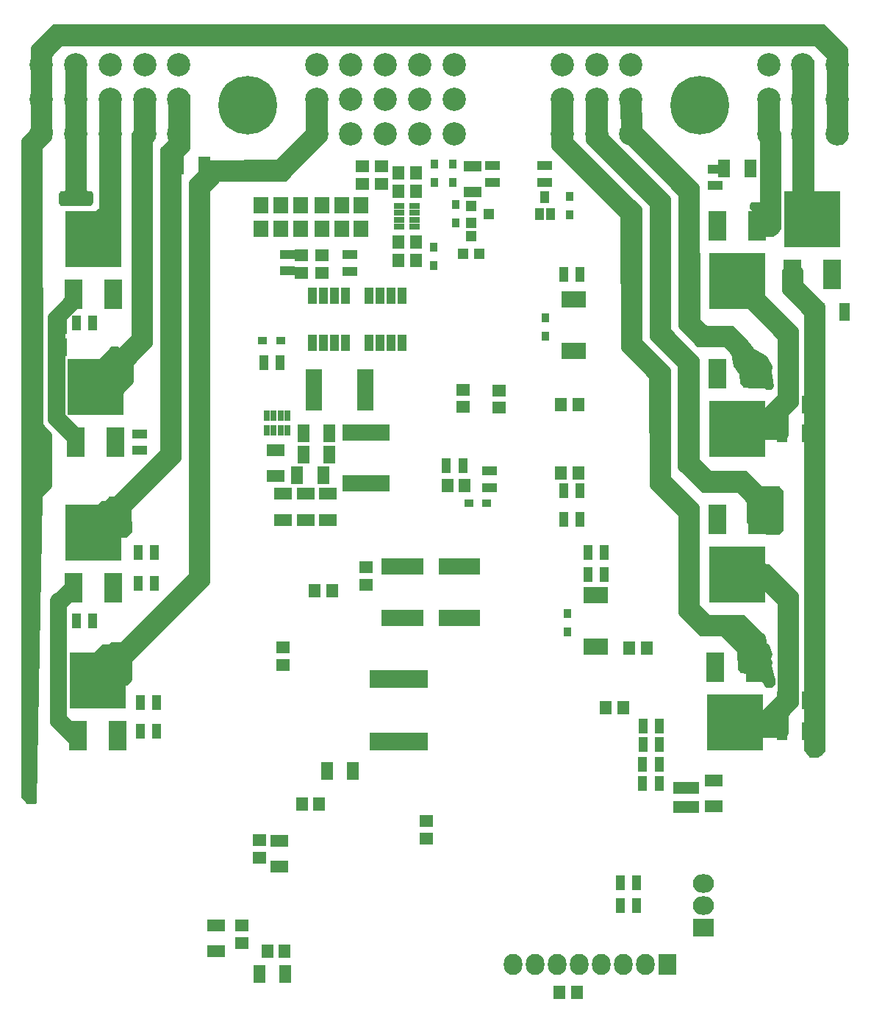
<source format=gbr>
G04 #@! TF.FileFunction,Soldermask,Bot*
%FSLAX46Y46*%
G04 Gerber Fmt 4.6, Leading zero omitted, Abs format (unit mm)*
G04 Created by KiCad (PCBNEW 4.0.5-e0-6337~49~ubuntu16.04.1) date Sun Jan 22 10:16:39 2017*
%MOMM*%
%LPD*%
G01*
G04 APERTURE LIST*
%ADD10C,0.050000*%
%ADD11R,0.850000X2.150000*%
%ADD12C,6.750000*%
%ADD13C,2.686000*%
%ADD14R,1.400000X1.650000*%
%ADD15R,1.400000X2.000000*%
%ADD16R,1.650000X1.400000*%
%ADD17R,2.000000X1.400000*%
%ADD18R,0.850000X0.990000*%
%ADD19R,0.990000X0.850000*%
%ADD20R,1.700000X1.900000*%
%ADD21R,2.127200X2.432000*%
%ADD22O,2.127200X2.432000*%
%ADD23R,2.432000X2.127200*%
%ADD24O,2.432000X2.127200*%
%ADD25R,2.051000X3.448000*%
%ADD26R,6.496000X6.496000*%
%ADD27R,0.999440X1.400760*%
%ADD28R,1.700000X1.100000*%
%ADD29R,1.100000X1.700000*%
%ADD30R,1.300000X2.100000*%
%ADD31R,0.850000X1.850000*%
%ADD32R,1.050000X1.460000*%
%ADD33R,0.850000X1.900000*%
%ADD34R,1.000000X1.950000*%
%ADD35R,1.850000X0.850000*%
%ADD36R,2.100000X1.300000*%
%ADD37R,1.200100X1.200100*%
%ADD38R,1.300000X0.800000*%
%ADD39R,0.800000X1.300000*%
%ADD40C,0.254000*%
G04 APERTURE END LIST*
D10*
D11*
X119871300Y-113659100D03*
X120521300Y-113659100D03*
X121171300Y-113659100D03*
X121821300Y-113659100D03*
X122471300Y-113659100D03*
X123121300Y-113659100D03*
X123771300Y-113659100D03*
X124421300Y-113659100D03*
X125071300Y-113659100D03*
X125721300Y-113659100D03*
X125721300Y-120859100D03*
X125071300Y-120859100D03*
X124421300Y-120859100D03*
X123771300Y-120859100D03*
X123121300Y-120859100D03*
X122471300Y-120859100D03*
X121821300Y-120859100D03*
X121171300Y-120859100D03*
X120521300Y-120859100D03*
X119871300Y-120859100D03*
D12*
X157480000Y-47625000D03*
X105410000Y-47625000D03*
D13*
X149555200Y-42926000D03*
X149555200Y-46913800D03*
X149555200Y-50901600D03*
X145592800Y-42926000D03*
X141630400Y-42926000D03*
X141630400Y-46913800D03*
X145592800Y-46913800D03*
X141630400Y-50901600D03*
X145592800Y-50901600D03*
X165404800Y-50901600D03*
X169367200Y-50901600D03*
X173329600Y-50901600D03*
X165404800Y-46913800D03*
X169367200Y-46913800D03*
X173329600Y-46913800D03*
X165404800Y-42926000D03*
X169367200Y-42926000D03*
X173329600Y-42926000D03*
X97485200Y-42926000D03*
X93522800Y-42926000D03*
X89560400Y-42926000D03*
X85598000Y-42926000D03*
X81635600Y-42926000D03*
X97485200Y-46913800D03*
X93522800Y-46913800D03*
X89560400Y-46913800D03*
X85598000Y-46913800D03*
X81635600Y-46913800D03*
X97485200Y-50901600D03*
X93522800Y-50901600D03*
X89560400Y-50901600D03*
X85598000Y-50901600D03*
X81635600Y-50901600D03*
X113334800Y-42926000D03*
X117297200Y-42926000D03*
X121259600Y-42926000D03*
X125222000Y-42926000D03*
X129184400Y-42926000D03*
X113334800Y-46913800D03*
X117297200Y-46913800D03*
X121259600Y-46913800D03*
X125222000Y-46913800D03*
X129184400Y-46913800D03*
X113334800Y-50901600D03*
X117297200Y-50901600D03*
X121259600Y-50901600D03*
X125222000Y-50901600D03*
X129184400Y-50901600D03*
D14*
X141494000Y-89916000D03*
X143494000Y-89916000D03*
X141494000Y-82042000D03*
X143494000Y-82042000D03*
D15*
X163298000Y-54864000D03*
X160298000Y-54864000D03*
D14*
X149380700Y-110121700D03*
X151380700Y-110121700D03*
D15*
X89825700Y-54483000D03*
X92825700Y-54483000D03*
D16*
X109474000Y-109998000D03*
X109474000Y-111998000D03*
D15*
X97407600Y-54559200D03*
X100407600Y-54559200D03*
D17*
X159118300Y-128296800D03*
X159118300Y-125296800D03*
D16*
X134391400Y-80419700D03*
X134391400Y-82419700D03*
D14*
X148650200Y-116941600D03*
X146650200Y-116941600D03*
D16*
X130225800Y-80356200D03*
X130225800Y-82356200D03*
X125958600Y-130013200D03*
X125958600Y-132013200D03*
D14*
X109673900Y-144957800D03*
X107673900Y-144957800D03*
D15*
X109729400Y-147624800D03*
X106729400Y-147624800D03*
D16*
X106807000Y-132223000D03*
X106807000Y-134223000D03*
D17*
X109042200Y-132243700D03*
X109042200Y-135243700D03*
D16*
X104724200Y-142014700D03*
X104724200Y-144014700D03*
D17*
X101815900Y-142010000D03*
X101815900Y-145010000D03*
D14*
X111649000Y-128054100D03*
X113649000Y-128054100D03*
D15*
X114539900Y-124269500D03*
X117539900Y-124269500D03*
D14*
X115134900Y-103492300D03*
X113134900Y-103492300D03*
X141341600Y-149720300D03*
X143341600Y-149720300D03*
X130413000Y-91338400D03*
X128413000Y-91338400D03*
X124799600Y-57480200D03*
X122799600Y-57480200D03*
X124774200Y-55372000D03*
X122774200Y-55372000D03*
X124799600Y-63347600D03*
X122799600Y-63347600D03*
X124799600Y-65506600D03*
X122799600Y-65506600D03*
D16*
X119037100Y-102765100D03*
X119037100Y-100765100D03*
D17*
X112064800Y-92327600D03*
X112064800Y-95327600D03*
X109499400Y-92327600D03*
X109499400Y-95327600D03*
X114655600Y-92327600D03*
X114655600Y-95327600D03*
X108635800Y-87298400D03*
X108635800Y-90298400D03*
D15*
X114123600Y-90195400D03*
X111123600Y-90195400D03*
D16*
X113995200Y-66913000D03*
X113995200Y-64913000D03*
X120827800Y-56626000D03*
X120827800Y-54626000D03*
X111633000Y-66913000D03*
X111633000Y-64913000D03*
X118643400Y-56626000D03*
X118643400Y-54626000D03*
D15*
X111834800Y-85369400D03*
X114834800Y-85369400D03*
X114834800Y-87782400D03*
X111834800Y-87782400D03*
D18*
X139700000Y-74207000D03*
X139700000Y-72097000D03*
X142240000Y-108243000D03*
X142240000Y-106133000D03*
D19*
X107149000Y-74676000D03*
X109259000Y-74676000D03*
X132969900Y-93408500D03*
X130859900Y-93408500D03*
D18*
X142468600Y-60237000D03*
X142468600Y-58127000D03*
X129006600Y-56477800D03*
X129006600Y-54367800D03*
X126898400Y-56477800D03*
X126898400Y-54367800D03*
X126873000Y-63969000D03*
X126873000Y-66079000D03*
D20*
X106934000Y-61802000D03*
X106934000Y-59102000D03*
X109220000Y-61802000D03*
X109220000Y-59102000D03*
X111506000Y-59102000D03*
X111506000Y-61802000D03*
X118491000Y-61802000D03*
X118491000Y-59102000D03*
X116230400Y-61802000D03*
X116230400Y-59102000D03*
X113995200Y-59102000D03*
X113995200Y-61802000D03*
D21*
X153784300Y-146519900D03*
D22*
X151244300Y-146519900D03*
X148704300Y-146519900D03*
X146164300Y-146519900D03*
X143624300Y-146519900D03*
X141084300Y-146519900D03*
X138544300Y-146519900D03*
X136004300Y-146519900D03*
D23*
X157924500Y-142227300D03*
D24*
X157924500Y-139687300D03*
X157924500Y-137147300D03*
D25*
X172720000Y-67056000D03*
D26*
X170434000Y-60706000D03*
D25*
X168148000Y-67056000D03*
X159512000Y-78486000D03*
D26*
X161798000Y-84836000D03*
D25*
X164084000Y-78486000D03*
X159512000Y-61468000D03*
D26*
X161798000Y-67818000D03*
D25*
X164084000Y-61468000D03*
X159258000Y-112268000D03*
D26*
X161544000Y-118618000D03*
D25*
X163830000Y-112268000D03*
X159512000Y-95250000D03*
D26*
X161798000Y-101600000D03*
D25*
X164084000Y-95250000D03*
X90170000Y-86360000D03*
D26*
X87884000Y-80010000D03*
D25*
X85598000Y-86360000D03*
X90424000Y-120142000D03*
D26*
X88138000Y-113792000D03*
D25*
X85852000Y-120142000D03*
D27*
X138998960Y-60093860D03*
X140299440Y-60093860D03*
X139649200Y-58193940D03*
D28*
X133642100Y-56461700D03*
X133642100Y-54561700D03*
X159258000Y-56830000D03*
X159258000Y-54930000D03*
D29*
X143698000Y-67056000D03*
X141798000Y-67056000D03*
X146492000Y-101600000D03*
X144592000Y-101600000D03*
X146492000Y-99060000D03*
X144592000Y-99060000D03*
X87564000Y-72644000D03*
X85664000Y-72644000D03*
X109154000Y-77216000D03*
X107254000Y-77216000D03*
D30*
X84000000Y-75438000D03*
X81100000Y-75438000D03*
X84000000Y-72898000D03*
X81100000Y-72898000D03*
D29*
X87564000Y-106934000D03*
X85664000Y-106934000D03*
D30*
X83492000Y-106934000D03*
X80592000Y-106934000D03*
X83492000Y-109728000D03*
X80592000Y-109728000D03*
D29*
X150903900Y-123507500D03*
X152803900Y-123507500D03*
X152842000Y-119037100D03*
X150942000Y-119037100D03*
X150903900Y-125679200D03*
X152803900Y-125679200D03*
X152842000Y-121145300D03*
X150942000Y-121145300D03*
X150238500Y-137134600D03*
X148338500Y-137134600D03*
X148338500Y-139725400D03*
X150238500Y-139725400D03*
D28*
X133273800Y-89702600D03*
X133273800Y-91602600D03*
D29*
X130185200Y-89065100D03*
X128285200Y-89065100D03*
D28*
X109956600Y-66659800D03*
X109956600Y-64759800D03*
D31*
X143977000Y-75848000D03*
X143327000Y-75848000D03*
X142677000Y-75848000D03*
X142027000Y-75848000D03*
X142027000Y-69948000D03*
X142677000Y-69948000D03*
X143327000Y-69948000D03*
X143977000Y-69948000D03*
X146517000Y-109884000D03*
X145867000Y-109884000D03*
X145217000Y-109884000D03*
X144567000Y-109884000D03*
X144567000Y-103984000D03*
X145217000Y-103984000D03*
X145867000Y-103984000D03*
X146517000Y-103984000D03*
D32*
X154980600Y-126141300D03*
X155930600Y-126141300D03*
X156880600Y-126141300D03*
X156880600Y-128341300D03*
X154980600Y-128341300D03*
X155930600Y-128341300D03*
D31*
X127844000Y-100707400D03*
X128494000Y-100707400D03*
X129144000Y-100707400D03*
X129794000Y-100707400D03*
X130444000Y-100707400D03*
X131094000Y-100707400D03*
X131744000Y-100707400D03*
X131744000Y-106607400D03*
X131094000Y-106607400D03*
X130444000Y-106607400D03*
X129794000Y-106607400D03*
X129144000Y-106607400D03*
X128494000Y-106607400D03*
X127844000Y-106607400D03*
X125190800Y-106582000D03*
X124540800Y-106582000D03*
X123890800Y-106582000D03*
X123240800Y-106582000D03*
X122590800Y-106582000D03*
X121940800Y-106582000D03*
X121290800Y-106582000D03*
X121290800Y-100682000D03*
X121940800Y-100682000D03*
X122590800Y-100682000D03*
X123240800Y-100682000D03*
X123890800Y-100682000D03*
X124540800Y-100682000D03*
X125190800Y-100682000D03*
D33*
X116800200Y-85264200D03*
X117450200Y-85264200D03*
X118100200Y-85264200D03*
X118750200Y-85264200D03*
X119400200Y-85264200D03*
X120050200Y-85264200D03*
X120700200Y-85264200D03*
X121350200Y-85264200D03*
X121350200Y-91164200D03*
X120700200Y-91164200D03*
X120050200Y-91164200D03*
X119400200Y-91164200D03*
X118750200Y-91164200D03*
X118100200Y-91164200D03*
X117450200Y-91164200D03*
X116800200Y-91164200D03*
D34*
X112877600Y-69512200D03*
X114147600Y-69512200D03*
X115417600Y-69512200D03*
X116687600Y-69512200D03*
X116687600Y-74912200D03*
X115417600Y-74912200D03*
X114147600Y-74912200D03*
X112877600Y-74912200D03*
X119354600Y-69512200D03*
X120624600Y-69512200D03*
X121894600Y-69512200D03*
X123164600Y-69512200D03*
X123164600Y-74912200D03*
X121894600Y-74912200D03*
X120624600Y-74912200D03*
X119354600Y-74912200D03*
D35*
X113026400Y-82290200D03*
X113026400Y-81640200D03*
X113026400Y-80990200D03*
X113026400Y-80340200D03*
X113026400Y-79690200D03*
X113026400Y-79040200D03*
X113026400Y-78390200D03*
X118926400Y-78390200D03*
X118926400Y-79040200D03*
X118926400Y-79690200D03*
X118926400Y-80340200D03*
X118926400Y-80990200D03*
X118926400Y-81640200D03*
X118926400Y-82290200D03*
D30*
X171270000Y-71374000D03*
X174170000Y-71374000D03*
D36*
X131305300Y-57558600D03*
X131305300Y-54658600D03*
D30*
X169852000Y-82042000D03*
X166952000Y-82042000D03*
X169852000Y-116078000D03*
X166952000Y-116078000D03*
D18*
X129374900Y-59066800D03*
X129374900Y-61176800D03*
D37*
X132115600Y-64703960D03*
X130215600Y-64703960D03*
X131165600Y-62704980D03*
X131155440Y-61109900D03*
X131155440Y-59209900D03*
X133154420Y-60159900D03*
D25*
X89916000Y-69342000D03*
D26*
X87630000Y-62992000D03*
D25*
X85344000Y-69342000D03*
X89916000Y-103124000D03*
D26*
X87630000Y-96774000D03*
D25*
X85344000Y-103124000D03*
D30*
X169852000Y-85344000D03*
X166952000Y-85344000D03*
X169852000Y-119634000D03*
X166952000Y-119634000D03*
D28*
X139661900Y-54561700D03*
X139661900Y-56461700D03*
D38*
X124598800Y-59975800D03*
X124598800Y-60775800D03*
X124598800Y-59175800D03*
X124598800Y-61575800D03*
X122898800Y-59175800D03*
X122898800Y-59975800D03*
X122898800Y-60775800D03*
X122898800Y-61575800D03*
D39*
X109188200Y-85051000D03*
X108388200Y-85051000D03*
X109988200Y-85051000D03*
X107588200Y-85051000D03*
X109988200Y-83351000D03*
X109188200Y-83351000D03*
X108388200Y-83351000D03*
X107588200Y-83351000D03*
D28*
X117144800Y-66710600D03*
X117144800Y-64810600D03*
X92964000Y-85410000D03*
X92964000Y-87310000D03*
D29*
X93030000Y-116332000D03*
X94930000Y-116332000D03*
X93030000Y-119634000D03*
X94930000Y-119634000D03*
X94676000Y-99060000D03*
X92776000Y-99060000D03*
X94676000Y-102616000D03*
X92776000Y-102616000D03*
X141798000Y-91948000D03*
X143698000Y-91948000D03*
X141798000Y-95250000D03*
X143698000Y-95250000D03*
D40*
G36*
X174447200Y-41124406D02*
X174447200Y-51420494D01*
X173835794Y-52031900D01*
X172886906Y-52031900D01*
X172212000Y-51356994D01*
X172212000Y-42125900D01*
X172201994Y-42076490D01*
X172174803Y-42036097D01*
X170803203Y-40664497D01*
X170761189Y-40636634D01*
X170713400Y-40627300D01*
X84035900Y-40627300D01*
X83986490Y-40637306D01*
X83946097Y-40664497D01*
X82803097Y-41807497D01*
X82775234Y-41849511D01*
X82765900Y-41897300D01*
X82765900Y-50355500D01*
X82775906Y-50404910D01*
X82777975Y-50407937D01*
X82766518Y-51381776D01*
X81685497Y-52462797D01*
X81657634Y-52504811D01*
X81648301Y-52553006D01*
X81749901Y-84341106D01*
X81760064Y-84390484D01*
X81786541Y-84429943D01*
X82765900Y-85421544D01*
X82765900Y-91438620D01*
X81697686Y-92519112D01*
X81670063Y-92561284D01*
X81661028Y-92605757D01*
X80927017Y-127863600D01*
X80037206Y-127863600D01*
X79400400Y-127226794D01*
X79400400Y-51551106D01*
X80468103Y-50483403D01*
X80495966Y-50441389D01*
X80505300Y-50393600D01*
X80505300Y-40921206D01*
X83047106Y-38379400D01*
X171702194Y-38379400D01*
X174447200Y-41124406D01*
X174447200Y-41124406D01*
G37*
X174447200Y-41124406D02*
X174447200Y-51420494D01*
X173835794Y-52031900D01*
X172886906Y-52031900D01*
X172212000Y-51356994D01*
X172212000Y-42125900D01*
X172201994Y-42076490D01*
X172174803Y-42036097D01*
X170803203Y-40664497D01*
X170761189Y-40636634D01*
X170713400Y-40627300D01*
X84035900Y-40627300D01*
X83986490Y-40637306D01*
X83946097Y-40664497D01*
X82803097Y-41807497D01*
X82775234Y-41849511D01*
X82765900Y-41897300D01*
X82765900Y-50355500D01*
X82775906Y-50404910D01*
X82777975Y-50407937D01*
X82766518Y-51381776D01*
X81685497Y-52462797D01*
X81657634Y-52504811D01*
X81648301Y-52553006D01*
X81749901Y-84341106D01*
X81760064Y-84390484D01*
X81786541Y-84429943D01*
X82765900Y-85421544D01*
X82765900Y-91438620D01*
X81697686Y-92519112D01*
X81670063Y-92561284D01*
X81661028Y-92605757D01*
X80927017Y-127863600D01*
X80037206Y-127863600D01*
X79400400Y-127226794D01*
X79400400Y-51551106D01*
X80468103Y-50483403D01*
X80495966Y-50441389D01*
X80505300Y-50393600D01*
X80505300Y-40921206D01*
X83047106Y-38379400D01*
X171702194Y-38379400D01*
X174447200Y-41124406D01*
G36*
X86042500Y-68783200D02*
X86052506Y-68832610D01*
X86079697Y-68873003D01*
X86220300Y-69013606D01*
X86220300Y-70394294D01*
X84288997Y-72325597D01*
X84261134Y-72367611D01*
X84251800Y-72415400D01*
X84251800Y-83146900D01*
X84261806Y-83196310D01*
X84288997Y-83236703D01*
X86243894Y-85191600D01*
X84937600Y-86497894D01*
X84937600Y-86461600D01*
X84927594Y-86412190D01*
X84900403Y-86371797D01*
X82435700Y-83907094D01*
X82435700Y-71807606D01*
X84430503Y-69812803D01*
X84458366Y-69770789D01*
X84467700Y-69723000D01*
X84467700Y-69102506D01*
X84621003Y-68949203D01*
X84648866Y-68907189D01*
X84658200Y-68859400D01*
X84658200Y-67945000D01*
X86042500Y-67945000D01*
X86042500Y-68783200D01*
X86042500Y-68783200D01*
G37*
X86042500Y-68783200D02*
X86052506Y-68832610D01*
X86079697Y-68873003D01*
X86220300Y-69013606D01*
X86220300Y-70394294D01*
X84288997Y-72325597D01*
X84261134Y-72367611D01*
X84251800Y-72415400D01*
X84251800Y-83146900D01*
X84261806Y-83196310D01*
X84288997Y-83236703D01*
X86243894Y-85191600D01*
X84937600Y-86497894D01*
X84937600Y-86461600D01*
X84927594Y-86412190D01*
X84900403Y-86371797D01*
X82435700Y-83907094D01*
X82435700Y-71807606D01*
X84430503Y-69812803D01*
X84458366Y-69770789D01*
X84467700Y-69723000D01*
X84467700Y-69102506D01*
X84621003Y-68949203D01*
X84648866Y-68907189D01*
X84658200Y-68859400D01*
X84658200Y-67945000D01*
X86042500Y-67945000D01*
X86042500Y-68783200D01*
G36*
X86728300Y-42508706D02*
X86728300Y-57429400D01*
X86738306Y-57478810D01*
X86766747Y-57520435D01*
X86809141Y-57547715D01*
X86855300Y-57556400D01*
X87272594Y-57556400D01*
X87477600Y-57761406D01*
X87477600Y-58761094D01*
X87234494Y-59004200D01*
X83923406Y-59004200D01*
X83718400Y-58799194D01*
X83718400Y-57819060D01*
X83942147Y-57556400D01*
X84340700Y-57556400D01*
X84390110Y-57546394D01*
X84431735Y-57517953D01*
X84459015Y-57475559D01*
X84467700Y-57429400D01*
X84467700Y-42895567D01*
X84512302Y-42527604D01*
X85218806Y-41821100D01*
X86040694Y-41821100D01*
X86728300Y-42508706D01*
X86728300Y-42508706D01*
G37*
X86728300Y-42508706D02*
X86728300Y-57429400D01*
X86738306Y-57478810D01*
X86766747Y-57520435D01*
X86809141Y-57547715D01*
X86855300Y-57556400D01*
X87272594Y-57556400D01*
X87477600Y-57761406D01*
X87477600Y-58761094D01*
X87234494Y-59004200D01*
X83923406Y-59004200D01*
X83718400Y-58799194D01*
X83718400Y-57819060D01*
X83942147Y-57556400D01*
X84340700Y-57556400D01*
X84390110Y-57546394D01*
X84431735Y-57517953D01*
X84459015Y-57475559D01*
X84467700Y-57429400D01*
X84467700Y-42895567D01*
X84512302Y-42527604D01*
X85218806Y-41821100D01*
X86040694Y-41821100D01*
X86728300Y-42508706D01*
G36*
X90678000Y-46471106D02*
X90678000Y-59880500D01*
X87936606Y-59880500D01*
X88228706Y-59588400D01*
X88303100Y-59588400D01*
X88352510Y-59578394D01*
X88394135Y-59549953D01*
X88421415Y-59507559D01*
X88430100Y-59461400D01*
X88430100Y-46496506D01*
X89117706Y-45808900D01*
X90015794Y-45808900D01*
X90678000Y-46471106D01*
X90678000Y-46471106D01*
G37*
X90678000Y-46471106D02*
X90678000Y-59880500D01*
X87936606Y-59880500D01*
X88228706Y-59588400D01*
X88303100Y-59588400D01*
X88352510Y-59578394D01*
X88394135Y-59549953D01*
X88421415Y-59507559D01*
X88430100Y-59461400D01*
X88430100Y-46496506D01*
X89117706Y-45808900D01*
X90015794Y-45808900D01*
X90678000Y-46471106D01*
G36*
X94640541Y-46471247D02*
X94653017Y-51099812D01*
X94362193Y-51669343D01*
X94348300Y-51727100D01*
X94348300Y-75118694D01*
X92175697Y-77291297D01*
X92147834Y-77333311D01*
X92138500Y-77381100D01*
X92138500Y-79436694D01*
X90904794Y-80670400D01*
X90830400Y-80670400D01*
X90830400Y-79705200D01*
X90820394Y-79655790D01*
X90793203Y-79615397D01*
X88209656Y-77031850D01*
X89765406Y-75476100D01*
X90371394Y-75476100D01*
X90511997Y-75616703D01*
X90554011Y-75644566D01*
X90603554Y-75653888D01*
X90652822Y-75643200D01*
X90691603Y-75616703D01*
X92050503Y-74257803D01*
X92078366Y-74215789D01*
X92087700Y-74168069D01*
X92100382Y-50934821D01*
X92376262Y-50443035D01*
X92392500Y-50380900D01*
X92392500Y-46901100D01*
X92392462Y-46898003D01*
X92381137Y-46433687D01*
X93053449Y-45795560D01*
X93953462Y-45784168D01*
X94640541Y-46471247D01*
X94640541Y-46471247D01*
G37*
X94640541Y-46471247D02*
X94653017Y-51099812D01*
X94362193Y-51669343D01*
X94348300Y-51727100D01*
X94348300Y-75118694D01*
X92175697Y-77291297D01*
X92147834Y-77333311D01*
X92138500Y-77381100D01*
X92138500Y-79436694D01*
X90904794Y-80670400D01*
X90830400Y-80670400D01*
X90830400Y-79705200D01*
X90820394Y-79655790D01*
X90793203Y-79615397D01*
X88209656Y-77031850D01*
X89765406Y-75476100D01*
X90371394Y-75476100D01*
X90511997Y-75616703D01*
X90554011Y-75644566D01*
X90603554Y-75653888D01*
X90652822Y-75643200D01*
X90691603Y-75616703D01*
X92050503Y-74257803D01*
X92078366Y-74215789D01*
X92087700Y-74168069D01*
X92100382Y-50934821D01*
X92376262Y-50443035D01*
X92392500Y-50380900D01*
X92392500Y-46901100D01*
X92392462Y-46898003D01*
X92381137Y-46433687D01*
X93053449Y-45795560D01*
X93953462Y-45784168D01*
X94640541Y-46471247D01*
G36*
X97988176Y-45807636D02*
X98602800Y-46456406D01*
X98602800Y-52601594D01*
X97687497Y-53516897D01*
X97659634Y-53558911D01*
X97650300Y-53606700D01*
X97650300Y-88352094D01*
X91883597Y-94118797D01*
X91855734Y-94160811D01*
X91846457Y-94212408D01*
X91921035Y-96698357D01*
X91386626Y-97243900D01*
X90585802Y-97243900D01*
X90576356Y-96884959D01*
X90565054Y-96835829D01*
X90539203Y-96798497D01*
X88163400Y-94422694D01*
X88163400Y-93778606D01*
X88685906Y-93256100D01*
X88950800Y-93256100D01*
X89000210Y-93246094D01*
X89040603Y-93218903D01*
X89536806Y-92722700D01*
X90068400Y-92722700D01*
X90117810Y-92712694D01*
X90158203Y-92685503D01*
X95365203Y-87478503D01*
X95393066Y-87436489D01*
X95402400Y-87388700D01*
X95402400Y-52630606D01*
X96317703Y-51715303D01*
X96345566Y-51673289D01*
X96354900Y-51625500D01*
X96354900Y-46433006D01*
X97003177Y-45784729D01*
X97988176Y-45807636D01*
X97988176Y-45807636D01*
G37*
X97988176Y-45807636D02*
X98602800Y-46456406D01*
X98602800Y-52601594D01*
X97687497Y-53516897D01*
X97659634Y-53558911D01*
X97650300Y-53606700D01*
X97650300Y-88352094D01*
X91883597Y-94118797D01*
X91855734Y-94160811D01*
X91846457Y-94212408D01*
X91921035Y-96698357D01*
X91386626Y-97243900D01*
X90585802Y-97243900D01*
X90576356Y-96884959D01*
X90565054Y-96835829D01*
X90539203Y-96798497D01*
X88163400Y-94422694D01*
X88163400Y-93778606D01*
X88685906Y-93256100D01*
X88950800Y-93256100D01*
X89000210Y-93246094D01*
X89040603Y-93218903D01*
X89536806Y-92722700D01*
X90068400Y-92722700D01*
X90117810Y-92712694D01*
X90158203Y-92685503D01*
X95365203Y-87478503D01*
X95393066Y-87436489D01*
X95402400Y-87388700D01*
X95402400Y-52630606D01*
X96317703Y-51715303D01*
X96345566Y-51673289D01*
X96354900Y-51625500D01*
X96354900Y-46433006D01*
X97003177Y-45784729D01*
X97988176Y-45807636D01*
G36*
X114452989Y-46402033D02*
X114502677Y-51383212D01*
X109712943Y-56210463D01*
X102107368Y-56248302D01*
X102058008Y-56258553D01*
X102018197Y-56285497D01*
X100976797Y-57326897D01*
X100948934Y-57368911D01*
X100939600Y-57416700D01*
X100939600Y-102588794D01*
X91959797Y-111568597D01*
X91931934Y-111610611D01*
X91922600Y-111658400D01*
X91922600Y-113739394D01*
X91438194Y-114223800D01*
X91175106Y-114223800D01*
X87727056Y-110775750D01*
X88736706Y-109766100D01*
X89433400Y-109766100D01*
X89482810Y-109756094D01*
X89523203Y-109728903D01*
X89727306Y-109524800D01*
X90754200Y-109524800D01*
X90803610Y-109514794D01*
X90844003Y-109487603D01*
X98654503Y-101677103D01*
X98682366Y-101635089D01*
X98691700Y-101587514D01*
X98767812Y-56376804D01*
X101107069Y-54012924D01*
X108699722Y-53987699D01*
X108749099Y-53977529D01*
X108789103Y-53950503D01*
X112167303Y-50572303D01*
X112195166Y-50530289D01*
X112204500Y-50482500D01*
X112204500Y-46830333D01*
X112238122Y-46438075D01*
X112878736Y-45808900D01*
X113745792Y-45808900D01*
X114452989Y-46402033D01*
X114452989Y-46402033D01*
G37*
X114452989Y-46402033D02*
X114502677Y-51383212D01*
X109712943Y-56210463D01*
X102107368Y-56248302D01*
X102058008Y-56258553D01*
X102018197Y-56285497D01*
X100976797Y-57326897D01*
X100948934Y-57368911D01*
X100939600Y-57416700D01*
X100939600Y-102588794D01*
X91959797Y-111568597D01*
X91931934Y-111610611D01*
X91922600Y-111658400D01*
X91922600Y-113739394D01*
X91438194Y-114223800D01*
X91175106Y-114223800D01*
X87727056Y-110775750D01*
X88736706Y-109766100D01*
X89433400Y-109766100D01*
X89482810Y-109756094D01*
X89523203Y-109728903D01*
X89727306Y-109524800D01*
X90754200Y-109524800D01*
X90803610Y-109514794D01*
X90844003Y-109487603D01*
X98654503Y-101677103D01*
X98682366Y-101635089D01*
X98691700Y-101587514D01*
X98767812Y-56376804D01*
X101107069Y-54012924D01*
X108699722Y-53987699D01*
X108749099Y-53977529D01*
X108789103Y-53950503D01*
X112167303Y-50572303D01*
X112195166Y-50530289D01*
X112204500Y-50482500D01*
X112204500Y-46830333D01*
X112238122Y-46438075D01*
X112878736Y-45808900D01*
X113745792Y-45808900D01*
X114452989Y-46402033D01*
G36*
X86042500Y-104521000D02*
X85217000Y-104521000D01*
X85167590Y-104531006D01*
X85127197Y-104558197D01*
X84479497Y-105205897D01*
X84451634Y-105247911D01*
X84442300Y-105295700D01*
X84442300Y-117944900D01*
X84452306Y-117994310D01*
X84479497Y-118034703D01*
X85152597Y-118707803D01*
X85194611Y-118735666D01*
X85242400Y-118745000D01*
X86550500Y-118745000D01*
X86550500Y-121539000D01*
X85153500Y-121539000D01*
X85153500Y-121208800D01*
X85143494Y-121159390D01*
X85116303Y-121118997D01*
X82689700Y-118692394D01*
X82689700Y-104524457D01*
X82948789Y-103983748D01*
X83463947Y-103761294D01*
X83503403Y-103734503D01*
X84608303Y-102629603D01*
X84636166Y-102587589D01*
X84645500Y-102539800D01*
X84645500Y-101739700D01*
X86042500Y-101739700D01*
X86042500Y-104521000D01*
X86042500Y-104521000D01*
G37*
X86042500Y-104521000D02*
X85217000Y-104521000D01*
X85167590Y-104531006D01*
X85127197Y-104558197D01*
X84479497Y-105205897D01*
X84451634Y-105247911D01*
X84442300Y-105295700D01*
X84442300Y-117944900D01*
X84452306Y-117994310D01*
X84479497Y-118034703D01*
X85152597Y-118707803D01*
X85194611Y-118735666D01*
X85242400Y-118745000D01*
X86550500Y-118745000D01*
X86550500Y-121539000D01*
X85153500Y-121539000D01*
X85153500Y-121208800D01*
X85143494Y-121159390D01*
X85116303Y-121118997D01*
X82689700Y-118692394D01*
X82689700Y-104524457D01*
X82948789Y-103983748D01*
X83463947Y-103761294D01*
X83503403Y-103734503D01*
X84608303Y-102629603D01*
X84636166Y-102587589D01*
X84645500Y-102539800D01*
X84645500Y-101739700D01*
X86042500Y-101739700D01*
X86042500Y-104521000D01*
G36*
X142748000Y-46572706D02*
X142748000Y-51473100D01*
X142758006Y-51522510D01*
X142785412Y-51563117D01*
X150748956Y-59488739D01*
X150736300Y-74701294D01*
X150746265Y-74750713D01*
X150774024Y-74791726D01*
X154013008Y-77993047D01*
X154038300Y-90411559D01*
X154048407Y-90460948D01*
X154075497Y-90501103D01*
X157315016Y-93740622D01*
X157340300Y-105156281D01*
X157350416Y-105205669D01*
X157377497Y-105245803D01*
X158418897Y-106287203D01*
X158460911Y-106315066D01*
X158508700Y-106324400D01*
X162507970Y-106324400D01*
X164914455Y-108693862D01*
X164986272Y-109447941D01*
X165000917Y-109496180D01*
X165048474Y-109545463D01*
X165377367Y-109738263D01*
X165652451Y-110491753D01*
X165739343Y-110785013D01*
X165530789Y-111236880D01*
X165519168Y-111285935D01*
X165533944Y-111349683D01*
X165726490Y-111712123D01*
X165624928Y-112095802D01*
X165623874Y-112156514D01*
X165852474Y-113159814D01*
X165860246Y-113183180D01*
X166050491Y-113611230D01*
X166005725Y-114215572D01*
X165710431Y-114490500D01*
X165130174Y-114490500D01*
X164647133Y-113760048D01*
X164611532Y-113724353D01*
X164564850Y-113705321D01*
X164537233Y-113703162D01*
X163773579Y-113727026D01*
X162845746Y-112933485D01*
X162785698Y-112905009D01*
X162199841Y-112799555D01*
X161949851Y-112466235D01*
X161924989Y-110551851D01*
X161914343Y-110502575D01*
X161888743Y-110464648D01*
X160098043Y-108635848D01*
X160056325Y-108607544D01*
X160007941Y-108597702D01*
X157545572Y-108585266D01*
X155079700Y-106119394D01*
X155079700Y-94754700D01*
X155069694Y-94705290D01*
X155042503Y-94664897D01*
X151815586Y-91437980D01*
X151764999Y-78993484D01*
X151754792Y-78944115D01*
X151728149Y-78904545D01*
X148488313Y-75639594D01*
X148463000Y-60451788D01*
X148452912Y-60402395D01*
X148425945Y-60362340D01*
X140487517Y-52398630D01*
X140500011Y-46776299D01*
X140503466Y-46771089D01*
X140512800Y-46723300D01*
X140512800Y-46521906D01*
X141251206Y-45783500D01*
X141958794Y-45783500D01*
X142748000Y-46572706D01*
X142748000Y-46572706D01*
G37*
X142748000Y-46572706D02*
X142748000Y-51473100D01*
X142758006Y-51522510D01*
X142785412Y-51563117D01*
X150748956Y-59488739D01*
X150736300Y-74701294D01*
X150746265Y-74750713D01*
X150774024Y-74791726D01*
X154013008Y-77993047D01*
X154038300Y-90411559D01*
X154048407Y-90460948D01*
X154075497Y-90501103D01*
X157315016Y-93740622D01*
X157340300Y-105156281D01*
X157350416Y-105205669D01*
X157377497Y-105245803D01*
X158418897Y-106287203D01*
X158460911Y-106315066D01*
X158508700Y-106324400D01*
X162507970Y-106324400D01*
X164914455Y-108693862D01*
X164986272Y-109447941D01*
X165000917Y-109496180D01*
X165048474Y-109545463D01*
X165377367Y-109738263D01*
X165652451Y-110491753D01*
X165739343Y-110785013D01*
X165530789Y-111236880D01*
X165519168Y-111285935D01*
X165533944Y-111349683D01*
X165726490Y-111712123D01*
X165624928Y-112095802D01*
X165623874Y-112156514D01*
X165852474Y-113159814D01*
X165860246Y-113183180D01*
X166050491Y-113611230D01*
X166005725Y-114215572D01*
X165710431Y-114490500D01*
X165130174Y-114490500D01*
X164647133Y-113760048D01*
X164611532Y-113724353D01*
X164564850Y-113705321D01*
X164537233Y-113703162D01*
X163773579Y-113727026D01*
X162845746Y-112933485D01*
X162785698Y-112905009D01*
X162199841Y-112799555D01*
X161949851Y-112466235D01*
X161924989Y-110551851D01*
X161914343Y-110502575D01*
X161888743Y-110464648D01*
X160098043Y-108635848D01*
X160056325Y-108607544D01*
X160007941Y-108597702D01*
X157545572Y-108585266D01*
X155079700Y-106119394D01*
X155079700Y-94754700D01*
X155069694Y-94705290D01*
X155042503Y-94664897D01*
X151815586Y-91437980D01*
X151764999Y-78993484D01*
X151754792Y-78944115D01*
X151728149Y-78904545D01*
X148488313Y-75639594D01*
X148463000Y-60451788D01*
X148452912Y-60402395D01*
X148425945Y-60362340D01*
X140487517Y-52398630D01*
X140500011Y-46776299D01*
X140503466Y-46771089D01*
X140512800Y-46723300D01*
X140512800Y-46521906D01*
X141251206Y-45783500D01*
X141958794Y-45783500D01*
X142748000Y-46572706D01*
G36*
X146710400Y-46534606D02*
X146710400Y-50863500D01*
X146720406Y-50912910D01*
X146747597Y-50953303D01*
X154025600Y-58231306D01*
X154025600Y-73418700D01*
X154035606Y-73468110D01*
X154062797Y-73508503D01*
X157340300Y-76786006D01*
X157340300Y-88392000D01*
X157350306Y-88441410D01*
X157377497Y-88481803D01*
X158660197Y-89764503D01*
X158702211Y-89792366D01*
X158750000Y-89801700D01*
X162761394Y-89801700D01*
X164502197Y-91542503D01*
X164544211Y-91570366D01*
X164592000Y-91579700D01*
X166555919Y-91579700D01*
X166979323Y-92035673D01*
X166954492Y-96505202D01*
X166545994Y-96913700D01*
X165165306Y-96913700D01*
X164973903Y-96722297D01*
X164931889Y-96694434D01*
X164884100Y-96685100D01*
X163320744Y-96685100D01*
X163244944Y-96035383D01*
X163227167Y-95983876D01*
X162966209Y-95556854D01*
X162953698Y-93217321D01*
X162943428Y-93167965D01*
X162915957Y-93127655D01*
X161861857Y-92086255D01*
X161819675Y-92058647D01*
X161772201Y-92049601D01*
X157786101Y-92062136D01*
X155066943Y-89367697D01*
X155054300Y-77698462D01*
X155044241Y-77649063D01*
X155016752Y-77608449D01*
X151777700Y-74394506D01*
X151777700Y-59156600D01*
X151767694Y-59107190D01*
X151740503Y-59066797D01*
X144462500Y-51788794D01*
X144462500Y-46496506D01*
X145162806Y-45796200D01*
X145971994Y-45796200D01*
X146710400Y-46534606D01*
X146710400Y-46534606D01*
G37*
X146710400Y-46534606D02*
X146710400Y-50863500D01*
X146720406Y-50912910D01*
X146747597Y-50953303D01*
X154025600Y-58231306D01*
X154025600Y-73418700D01*
X154035606Y-73468110D01*
X154062797Y-73508503D01*
X157340300Y-76786006D01*
X157340300Y-88392000D01*
X157350306Y-88441410D01*
X157377497Y-88481803D01*
X158660197Y-89764503D01*
X158702211Y-89792366D01*
X158750000Y-89801700D01*
X162761394Y-89801700D01*
X164502197Y-91542503D01*
X164544211Y-91570366D01*
X164592000Y-91579700D01*
X166555919Y-91579700D01*
X166979323Y-92035673D01*
X166954492Y-96505202D01*
X166545994Y-96913700D01*
X165165306Y-96913700D01*
X164973903Y-96722297D01*
X164931889Y-96694434D01*
X164884100Y-96685100D01*
X163320744Y-96685100D01*
X163244944Y-96035383D01*
X163227167Y-95983876D01*
X162966209Y-95556854D01*
X162953698Y-93217321D01*
X162943428Y-93167965D01*
X162915957Y-93127655D01*
X161861857Y-92086255D01*
X161819675Y-92058647D01*
X161772201Y-92049601D01*
X157786101Y-92062136D01*
X155066943Y-89367697D01*
X155054300Y-77698462D01*
X155044241Y-77649063D01*
X155016752Y-77608449D01*
X151777700Y-74394506D01*
X151777700Y-59156600D01*
X151767694Y-59107190D01*
X151740503Y-59066797D01*
X144462500Y-51788794D01*
X144462500Y-46496506D01*
X145162806Y-45796200D01*
X145971994Y-45796200D01*
X146710400Y-46534606D01*
G36*
X150660261Y-46554660D02*
X150672801Y-50228933D01*
X150682975Y-50278309D01*
X150710083Y-50318388D01*
X157327775Y-56923451D01*
X157378401Y-72199921D01*
X157388570Y-72249298D01*
X157415597Y-72289303D01*
X158164897Y-73038603D01*
X158206911Y-73066466D01*
X158254700Y-73075800D01*
X161250641Y-73075800D01*
X162944489Y-74744920D01*
X163496230Y-75559992D01*
X163537836Y-75598748D01*
X165131200Y-76519911D01*
X165716745Y-77655151D01*
X165622661Y-78184371D01*
X165621924Y-78224191D01*
X165867161Y-79977633D01*
X165631594Y-80213200D01*
X165190706Y-80213200D01*
X164923103Y-79945597D01*
X164881089Y-79917734D01*
X164833300Y-79908400D01*
X162587206Y-79908400D01*
X162215190Y-79536384D01*
X162178915Y-78544857D01*
X162167109Y-78495846D01*
X162150354Y-78469154D01*
X161434931Y-77593378D01*
X161199279Y-76216673D01*
X161181081Y-76169659D01*
X161164596Y-76148996D01*
X160351796Y-75323496D01*
X160310000Y-75295308D01*
X160261300Y-75285600D01*
X157265695Y-75285600D01*
X155092356Y-73124540D01*
X155079700Y-57911894D01*
X155069653Y-57862493D01*
X155042503Y-57822197D01*
X148475081Y-51254775D01*
X148424891Y-47001202D01*
X148418172Y-46969924D01*
X148423624Y-46931761D01*
X148424858Y-46917055D01*
X148436258Y-46472448D01*
X149087106Y-45821600D01*
X150030288Y-45821600D01*
X150660261Y-46554660D01*
X150660261Y-46554660D01*
G37*
X150660261Y-46554660D02*
X150672801Y-50228933D01*
X150682975Y-50278309D01*
X150710083Y-50318388D01*
X157327775Y-56923451D01*
X157378401Y-72199921D01*
X157388570Y-72249298D01*
X157415597Y-72289303D01*
X158164897Y-73038603D01*
X158206911Y-73066466D01*
X158254700Y-73075800D01*
X161250641Y-73075800D01*
X162944489Y-74744920D01*
X163496230Y-75559992D01*
X163537836Y-75598748D01*
X165131200Y-76519911D01*
X165716745Y-77655151D01*
X165622661Y-78184371D01*
X165621924Y-78224191D01*
X165867161Y-79977633D01*
X165631594Y-80213200D01*
X165190706Y-80213200D01*
X164923103Y-79945597D01*
X164881089Y-79917734D01*
X164833300Y-79908400D01*
X162587206Y-79908400D01*
X162215190Y-79536384D01*
X162178915Y-78544857D01*
X162167109Y-78495846D01*
X162150354Y-78469154D01*
X161434931Y-77593378D01*
X161199279Y-76216673D01*
X161181081Y-76169659D01*
X161164596Y-76148996D01*
X160351796Y-75323496D01*
X160310000Y-75295308D01*
X160261300Y-75285600D01*
X157265695Y-75285600D01*
X155092356Y-73124540D01*
X155079700Y-57911894D01*
X155069653Y-57862493D01*
X155042503Y-57822197D01*
X148475081Y-51254775D01*
X148424891Y-47001202D01*
X148418172Y-46969924D01*
X148423624Y-46931761D01*
X148424858Y-46917055D01*
X148436258Y-46472448D01*
X149087106Y-45821600D01*
X150030288Y-45821600D01*
X150660261Y-46554660D01*
G36*
X164732408Y-69411496D02*
X164756197Y-69444503D01*
X168757600Y-73445906D01*
X168757600Y-82002489D01*
X167600524Y-83171874D01*
X167572883Y-83214034D01*
X167563802Y-83261868D01*
X167576223Y-85621871D01*
X167231794Y-85966300D01*
X164099702Y-85966300D01*
X164158972Y-83429529D01*
X166472259Y-81128746D01*
X166500236Y-81086808D01*
X166509700Y-81038700D01*
X166509700Y-74422000D01*
X166499694Y-74372590D01*
X166472655Y-74332351D01*
X162787962Y-70635082D01*
X162777459Y-69773800D01*
X164579300Y-69773800D01*
X164628710Y-69763794D01*
X164670335Y-69735353D01*
X164697615Y-69692959D01*
X164706300Y-69646800D01*
X164706300Y-69359280D01*
X164732408Y-69411496D01*
X164732408Y-69411496D01*
G37*
X164732408Y-69411496D02*
X164756197Y-69444503D01*
X168757600Y-73445906D01*
X168757600Y-82002489D01*
X167600524Y-83171874D01*
X167572883Y-83214034D01*
X167563802Y-83261868D01*
X167576223Y-85621871D01*
X167231794Y-85966300D01*
X164099702Y-85966300D01*
X164158972Y-83429529D01*
X166472259Y-81128746D01*
X166500236Y-81086808D01*
X166509700Y-81038700D01*
X166509700Y-74422000D01*
X166499694Y-74372590D01*
X166472655Y-74332351D01*
X162787962Y-70635082D01*
X162777459Y-69773800D01*
X164579300Y-69773800D01*
X164628710Y-69763794D01*
X164670335Y-69735353D01*
X164697615Y-69692959D01*
X164706300Y-69646800D01*
X164706300Y-69359280D01*
X164732408Y-69411496D01*
G36*
X165337027Y-100505205D02*
X168757600Y-103913385D01*
X168757600Y-116534185D01*
X167612747Y-117703658D01*
X167585333Y-117745965D01*
X167576500Y-117792500D01*
X167576500Y-119911594D01*
X167231794Y-120256300D01*
X164212900Y-120256300D01*
X164248318Y-117871492D01*
X166484951Y-115647354D01*
X166512931Y-115605419D01*
X166522400Y-115557300D01*
X166522400Y-104914700D01*
X166512394Y-104865290D01*
X166484878Y-104824574D01*
X164757100Y-103109226D01*
X164757100Y-100476209D01*
X165337027Y-100505205D01*
X165337027Y-100505205D01*
G37*
X165337027Y-100505205D02*
X168757600Y-103913385D01*
X168757600Y-116534185D01*
X167612747Y-117703658D01*
X167585333Y-117745965D01*
X167576500Y-117792500D01*
X167576500Y-119911594D01*
X167231794Y-120256300D01*
X164212900Y-120256300D01*
X164248318Y-117871492D01*
X166484951Y-115647354D01*
X166512931Y-115605419D01*
X166522400Y-115557300D01*
X166522400Y-104914700D01*
X166512394Y-104865290D01*
X166484878Y-104824574D01*
X164757100Y-103109226D01*
X164757100Y-100476209D01*
X165337027Y-100505205D01*
G36*
X168871900Y-66141600D02*
X168881906Y-66191010D01*
X168909097Y-66231403D01*
X169277857Y-66600163D01*
X169265604Y-68058233D01*
X169275195Y-68107725D01*
X169302797Y-68149103D01*
X171805600Y-70651906D01*
X171805600Y-121847153D01*
X171431019Y-122278488D01*
X171010331Y-122528627D01*
X170190742Y-122505861D01*
X169570389Y-121747651D01*
X169557700Y-71640668D01*
X169547682Y-71591260D01*
X169520277Y-71550673D01*
X167017964Y-69060871D01*
X167030158Y-66621957D01*
X167404721Y-66200574D01*
X167430069Y-66156997D01*
X167436762Y-66113103D01*
X167426616Y-65697100D01*
X168871900Y-65697100D01*
X168871900Y-66141600D01*
X168871900Y-66141600D01*
G37*
X168871900Y-66141600D02*
X168881906Y-66191010D01*
X168909097Y-66231403D01*
X169277857Y-66600163D01*
X169265604Y-68058233D01*
X169275195Y-68107725D01*
X169302797Y-68149103D01*
X171805600Y-70651906D01*
X171805600Y-121847153D01*
X171431019Y-122278488D01*
X171010331Y-122528627D01*
X170190742Y-122505861D01*
X169570389Y-121747651D01*
X169557700Y-71640668D01*
X169547682Y-71591260D01*
X169520277Y-71550673D01*
X167017964Y-69060871D01*
X167030158Y-66621957D01*
X167404721Y-66200574D01*
X167430069Y-66156997D01*
X167436762Y-66113103D01*
X167426616Y-65697100D01*
X168871900Y-65697100D01*
X168871900Y-66141600D01*
G36*
X166559992Y-46521398D02*
X166522406Y-50417775D01*
X166539133Y-50482010D01*
X166725600Y-50808327D01*
X166725600Y-61748422D01*
X166379836Y-62290120D01*
X165850708Y-62623700D01*
X164909500Y-62623700D01*
X164860090Y-62633706D01*
X164818465Y-62662147D01*
X164791185Y-62704541D01*
X164782500Y-62750700D01*
X164782500Y-62852300D01*
X163398200Y-62852300D01*
X163398200Y-60058300D01*
X163664900Y-60058300D01*
X163714310Y-60048294D01*
X163755935Y-60019853D01*
X163783215Y-59977459D01*
X163791852Y-59927791D01*
X163780484Y-59878677D01*
X163754703Y-59841497D01*
X163296600Y-59383394D01*
X163296600Y-59069506D01*
X163527006Y-58839100D01*
X164350700Y-58839100D01*
X164400110Y-58829094D01*
X164441735Y-58800653D01*
X164469015Y-58758259D01*
X164477700Y-58712100D01*
X164477700Y-51625500D01*
X164468196Y-51577296D01*
X164274205Y-51104442D01*
X164224938Y-46929094D01*
X164235322Y-46898564D01*
X164280968Y-46550514D01*
X164940461Y-45821600D01*
X165860194Y-45821600D01*
X166559992Y-46521398D01*
X166559992Y-46521398D01*
G37*
X166559992Y-46521398D02*
X166522406Y-50417775D01*
X166539133Y-50482010D01*
X166725600Y-50808327D01*
X166725600Y-61748422D01*
X166379836Y-62290120D01*
X165850708Y-62623700D01*
X164909500Y-62623700D01*
X164860090Y-62633706D01*
X164818465Y-62662147D01*
X164791185Y-62704541D01*
X164782500Y-62750700D01*
X164782500Y-62852300D01*
X163398200Y-62852300D01*
X163398200Y-60058300D01*
X163664900Y-60058300D01*
X163714310Y-60048294D01*
X163755935Y-60019853D01*
X163783215Y-59977459D01*
X163791852Y-59927791D01*
X163780484Y-59878677D01*
X163754703Y-59841497D01*
X163296600Y-59383394D01*
X163296600Y-59069506D01*
X163527006Y-58839100D01*
X164350700Y-58839100D01*
X164400110Y-58829094D01*
X164441735Y-58800653D01*
X164469015Y-58758259D01*
X164477700Y-58712100D01*
X164477700Y-51625500D01*
X164468196Y-51577296D01*
X164274205Y-51104442D01*
X164224938Y-46929094D01*
X164235322Y-46898564D01*
X164280968Y-46550514D01*
X164940461Y-45821600D01*
X165860194Y-45821600D01*
X166559992Y-46521398D01*
G36*
X169847322Y-41820428D02*
X170484800Y-42457906D01*
X170484800Y-57962154D01*
X168236900Y-57950743D01*
X168236900Y-42965401D01*
X168248386Y-42414051D01*
X168956178Y-41809003D01*
X169847322Y-41820428D01*
X169847322Y-41820428D01*
G37*
X169847322Y-41820428D02*
X170484800Y-42457906D01*
X170484800Y-57962154D01*
X168236900Y-57950743D01*
X168236900Y-42965401D01*
X168248386Y-42414051D01*
X168956178Y-41809003D01*
X169847322Y-41820428D01*
M02*

</source>
